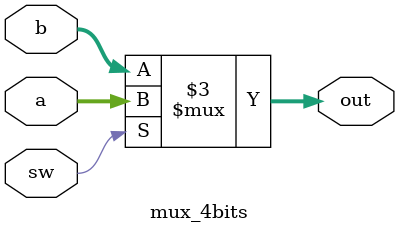
<source format=v>
`timescale 1ns/10ps
module mux_4bits (
    input [3:0] a,
    input [3:0] b,
    input sw,
    output reg [3:0] out
);
    always @(*) begin
        if(sw)
            out = a;
        else 
            out = b; 
    end
endmodule
</source>
